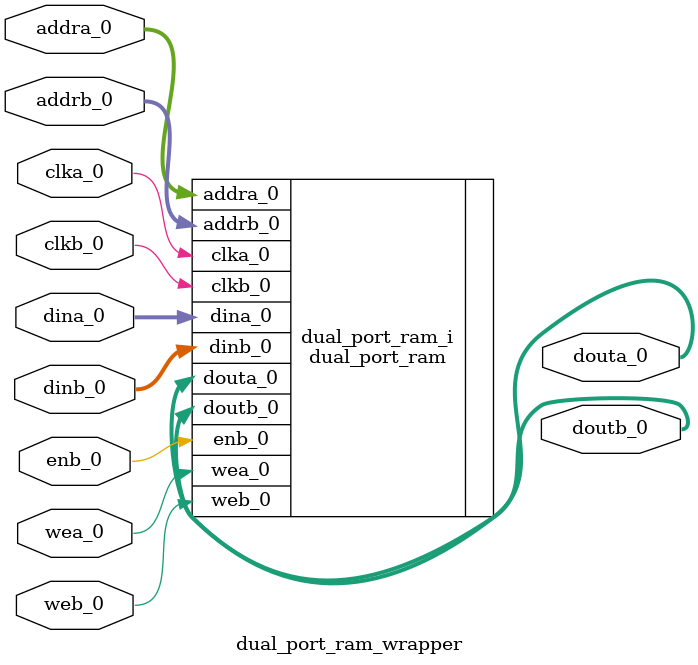
<source format=v>
`timescale 1 ps / 1 ps

module dual_port_ram_wrapper
   (addra_0,
    addrb_0,
    clka_0,
    clkb_0,
    dina_0,
    dinb_0,
    douta_0,
    doutb_0,
    enb_0,
    wea_0,
    web_0);
  input [11:0]addra_0;
  input [11:0]addrb_0;
  input clka_0;
  input clkb_0;
  input [31:0]dina_0;
  input [31:0]dinb_0;
  output [31:0]douta_0;
  output [31:0]doutb_0;
  input enb_0;
  input [0:0]wea_0;
  input [0:0]web_0;

  wire [11:0]addra_0;
  wire [11:0]addrb_0;
  wire clka_0;
  wire clkb_0;
  wire [31:0]dina_0;
  wire [31:0]dinb_0;
  wire [31:0]douta_0;
  wire [31:0]doutb_0;
  wire enb_0;
  wire [0:0]wea_0;
  wire [0:0]web_0;

  dual_port_ram dual_port_ram_i
       (.addra_0(addra_0),
        .addrb_0(addrb_0),
        .clka_0(clka_0),
        .clkb_0(clkb_0),
        .dina_0(dina_0),
        .dinb_0(dinb_0),
        .douta_0(douta_0),
        .doutb_0(doutb_0),
        .enb_0(enb_0),
        .wea_0(wea_0),
        .web_0(web_0));
endmodule

</source>
